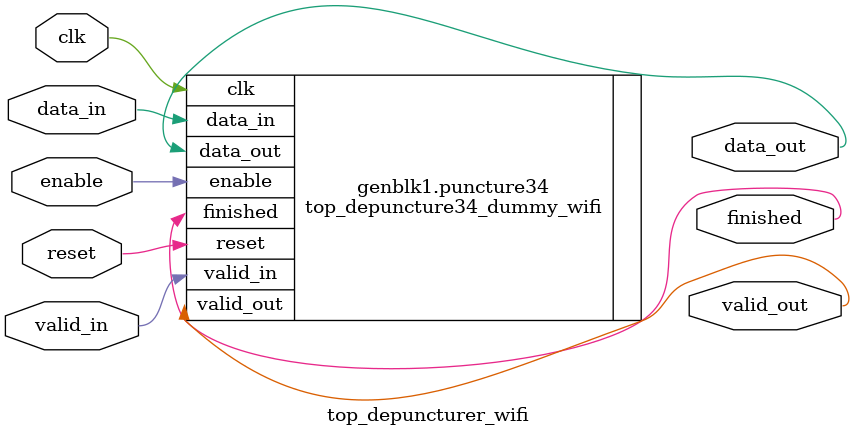
<source format=v>
/*
======================================================================================
				Standard   : WIFI
				Block name : Top Puncturer 
======================================================================================
*/
//====================================================================================
module top_depuncturer_wifi #(parameter DEPUNCTURER=0)
(
	clk,
	reset,
	enable,
	valid_in,
	data_in,
	valid_out,
	data_out,
	finished
);
	//============================================================================
	(* dont_touch = "yes" *)  input clk;
	(* dont_touch = "yes" *)  input reset;
	input enable;
	input valid_in;
	input data_in;    
	output valid_out;
	output data_out; 
	output finished;
	//============================================================================
	generate
		case(DEPUNCTURER)
			0:
			begin
				(* keep_hierarchy = "yes" *) 
				top_depuncture34_dummy_wifi puncture34
				(
					.clk(clk), 
					.reset(reset), 
					.enable(enable), 
					.valid_in(valid_in), 
					.data_in(data_in), 
					.data_out(data_out), 
					.valid_out(valid_out),
					.finished(finished)
				);
			end
			1:
			begin
				(* keep_hierarchy = "yes" *) 
				top_depuncture34_wifi puncture34
				(
					.clk(clk), 
					.reset(reset), 
					//.enable(enable), 
					.valid_in(valid_in), 
					.data_in(data_in), 
					.data_out(data_out), 
					.valid_out(valid_out)//,
					//.finished(finished)
				);
			end
		endcase
	endgenerate
	//============================================================================
endmodule

</source>
